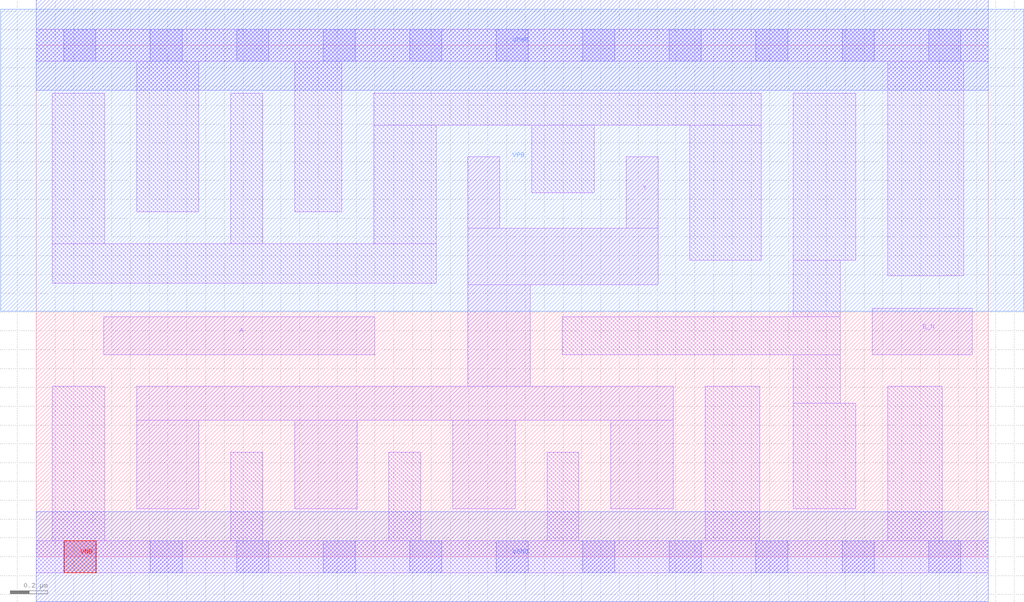
<source format=lef>
# Copyright 2020 The SkyWater PDK Authors
#
# Licensed under the Apache License, Version 2.0 (the "License");
# you may not use this file except in compliance with the License.
# You may obtain a copy of the License at
#
#     https://www.apache.org/licenses/LICENSE-2.0
#
# Unless required by applicable law or agreed to in writing, software
# distributed under the License is distributed on an "AS IS" BASIS,
# WITHOUT WARRANTIES OR CONDITIONS OF ANY KIND, either express or implied.
# See the License for the specific language governing permissions and
# limitations under the License.
#
# SPDX-License-Identifier: Apache-2.0

VERSION 5.7 ;
  NOWIREEXTENSIONATPIN ON ;
  DIVIDERCHAR "/" ;
  BUSBITCHARS "[]" ;
MACRO sky130_fd_sc_hd__nor2b_4
  CLASS CORE ;
  FOREIGN sky130_fd_sc_hd__nor2b_4 ;
  ORIGIN  0.000000  0.000000 ;
  SIZE  5.060000 BY  2.720000 ;
  SYMMETRY X Y R90 ;
  SITE unithd ;
  PIN A
    ANTENNAGATEAREA  0.990000 ;
    DIRECTION INPUT ;
    USE SIGNAL ;
    PORT
      LAYER li1 ;
        RECT 0.360000 1.075000 1.800000 1.275000 ;
    END
  END A
  PIN B_N
    ANTENNAGATEAREA  0.247500 ;
    DIRECTION INPUT ;
    USE SIGNAL ;
    PORT
      LAYER li1 ;
        RECT 4.445000 1.075000 4.975000 1.320000 ;
    END
  END B_N
  PIN VNB
    PORT
      LAYER pwell ;
        RECT 0.150000 -0.085000 0.320000 0.085000 ;
    END
  END VNB
  PIN VPB
    PORT
      LAYER nwell ;
        RECT -0.190000 1.305000 5.250000 2.910000 ;
    END
  END VPB
  PIN Y
    ANTENNADIFFAREA  1.242000 ;
    DIRECTION OUTPUT ;
    USE SIGNAL ;
    PORT
      LAYER li1 ;
        RECT 0.535000 0.255000 0.865000 0.725000 ;
        RECT 0.535000 0.725000 3.385000 0.905000 ;
        RECT 1.375000 0.255000 1.705000 0.725000 ;
        RECT 2.215000 0.255000 2.545000 0.725000 ;
        RECT 2.295000 0.905000 2.625000 1.445000 ;
        RECT 2.295000 1.445000 3.305000 1.745000 ;
        RECT 2.295000 1.745000 2.465000 2.125000 ;
        RECT 3.055000 0.255000 3.385000 0.725000 ;
        RECT 3.135000 1.745000 3.305000 2.125000 ;
    END
  END Y
  PIN VGND
    DIRECTION INOUT ;
    SHAPE ABUTMENT ;
    USE GROUND ;
    PORT
      LAYER met1 ;
        RECT 0.000000 -0.240000 5.060000 0.240000 ;
    END
  END VGND
  PIN VPWR
    DIRECTION INOUT ;
    SHAPE ABUTMENT ;
    USE POWER ;
    PORT
      LAYER met1 ;
        RECT 0.000000 2.480000 5.060000 2.960000 ;
    END
  END VPWR
  OBS
    LAYER li1 ;
      RECT 0.000000 -0.085000 5.060000 0.085000 ;
      RECT 0.000000  2.635000 5.060000 2.805000 ;
      RECT 0.085000  0.085000 0.365000 0.905000 ;
      RECT 0.085000  1.455000 2.125000 1.665000 ;
      RECT 0.085000  1.665000 0.365000 2.465000 ;
      RECT 0.535000  1.835000 0.865000 2.635000 ;
      RECT 1.035000  0.085000 1.205000 0.555000 ;
      RECT 1.035000  1.665000 1.205000 2.465000 ;
      RECT 1.375000  1.835000 1.625000 2.635000 ;
      RECT 1.795000  1.665000 2.125000 2.295000 ;
      RECT 1.795000  2.295000 3.855000 2.465000 ;
      RECT 1.875000  0.085000 2.045000 0.555000 ;
      RECT 2.635000  1.935000 2.965000 2.295000 ;
      RECT 2.715000  0.085000 2.885000 0.555000 ;
      RECT 2.795000  1.075000 4.275000 1.275000 ;
      RECT 3.475000  1.575000 3.855000 2.295000 ;
      RECT 3.555000  0.085000 3.845000 0.905000 ;
      RECT 4.025000  0.255000 4.355000 0.815000 ;
      RECT 4.025000  0.815000 4.275000 1.075000 ;
      RECT 4.025000  1.275000 4.275000 1.575000 ;
      RECT 4.025000  1.575000 4.355000 2.465000 ;
      RECT 4.525000  0.085000 4.815000 0.905000 ;
      RECT 4.525000  1.495000 4.930000 2.635000 ;
    LAYER mcon ;
      RECT 0.145000 -0.085000 0.315000 0.085000 ;
      RECT 0.145000  2.635000 0.315000 2.805000 ;
      RECT 0.605000 -0.085000 0.775000 0.085000 ;
      RECT 0.605000  2.635000 0.775000 2.805000 ;
      RECT 1.065000 -0.085000 1.235000 0.085000 ;
      RECT 1.065000  2.635000 1.235000 2.805000 ;
      RECT 1.525000 -0.085000 1.695000 0.085000 ;
      RECT 1.525000  2.635000 1.695000 2.805000 ;
      RECT 1.985000 -0.085000 2.155000 0.085000 ;
      RECT 1.985000  2.635000 2.155000 2.805000 ;
      RECT 2.445000 -0.085000 2.615000 0.085000 ;
      RECT 2.445000  2.635000 2.615000 2.805000 ;
      RECT 2.905000 -0.085000 3.075000 0.085000 ;
      RECT 2.905000  2.635000 3.075000 2.805000 ;
      RECT 3.365000 -0.085000 3.535000 0.085000 ;
      RECT 3.365000  2.635000 3.535000 2.805000 ;
      RECT 3.825000 -0.085000 3.995000 0.085000 ;
      RECT 3.825000  2.635000 3.995000 2.805000 ;
      RECT 4.285000 -0.085000 4.455000 0.085000 ;
      RECT 4.285000  2.635000 4.455000 2.805000 ;
      RECT 4.745000 -0.085000 4.915000 0.085000 ;
      RECT 4.745000  2.635000 4.915000 2.805000 ;
  END
END sky130_fd_sc_hd__nor2b_4
END LIBRARY

</source>
